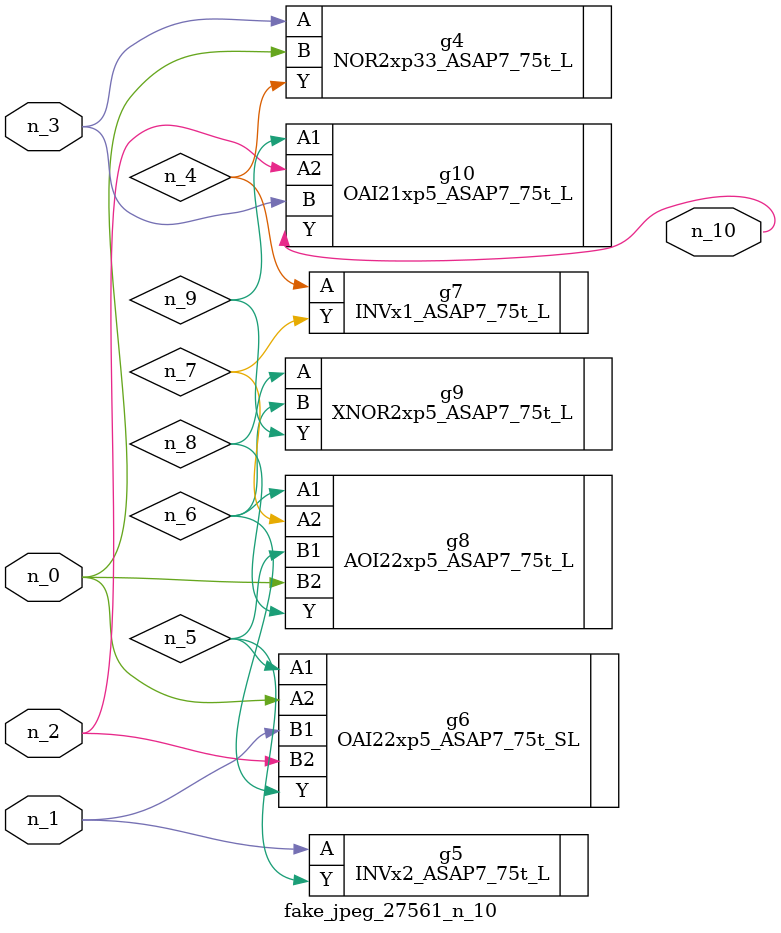
<source format=v>
module fake_jpeg_27561_n_10 (n_0, n_3, n_2, n_1, n_10);

input n_0;
input n_3;
input n_2;
input n_1;

output n_10;

wire n_4;
wire n_8;
wire n_9;
wire n_6;
wire n_5;
wire n_7;

NOR2xp33_ASAP7_75t_L g4 ( 
.A(n_3),
.B(n_0),
.Y(n_4)
);

INVx2_ASAP7_75t_L g5 ( 
.A(n_1),
.Y(n_5)
);

OAI22xp5_ASAP7_75t_SL g6 ( 
.A1(n_5),
.A2(n_0),
.B1(n_1),
.B2(n_2),
.Y(n_6)
);

AOI22xp5_ASAP7_75t_L g8 ( 
.A1(n_6),
.A2(n_7),
.B1(n_5),
.B2(n_0),
.Y(n_8)
);

INVx1_ASAP7_75t_L g7 ( 
.A(n_4),
.Y(n_7)
);

XNOR2xp5_ASAP7_75t_L g9 ( 
.A(n_8),
.B(n_6),
.Y(n_9)
);

OAI21xp5_ASAP7_75t_L g10 ( 
.A1(n_9),
.A2(n_2),
.B(n_3),
.Y(n_10)
);


endmodule
</source>
